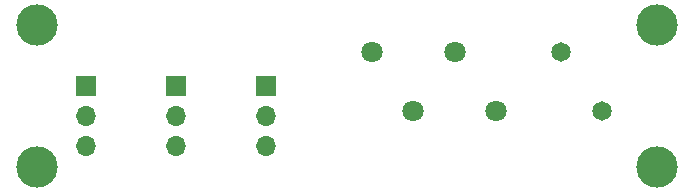
<source format=gbr>
%TF.GenerationSoftware,KiCad,Pcbnew,(6.0.8-1)-1*%
%TF.CreationDate,2024-02-23T21:37:45-06:00*%
%TF.ProjectId,RGB LED Interface,52474220-4c45-4442-9049-6e7465726661,rev?*%
%TF.SameCoordinates,Original*%
%TF.FileFunction,Soldermask,Bot*%
%TF.FilePolarity,Negative*%
%FSLAX46Y46*%
G04 Gerber Fmt 4.6, Leading zero omitted, Abs format (unit mm)*
G04 Created by KiCad (PCBNEW (6.0.8-1)-1) date 2024-02-23 21:37:45*
%MOMM*%
%LPD*%
G01*
G04 APERTURE LIST*
%ADD10C,1.800000*%
%ADD11C,3.500000*%
%ADD12R,1.700000X1.700000*%
%ADD13O,1.700000X1.700000*%
%ADD14C,1.650000*%
G04 APERTURE END LIST*
D10*
%TO.C,X1*%
X128350000Y-70805000D03*
X131850000Y-75805000D03*
X135350000Y-70805000D03*
X138850000Y-75805000D03*
%TD*%
D11*
%TO.C,H3*%
X152500000Y-80500000D03*
%TD*%
D12*
%TO.C,J1*%
X104140000Y-73660000D03*
D13*
X104140000Y-76200000D03*
X104140000Y-78740000D03*
%TD*%
D12*
%TO.C,J2*%
X111760000Y-73660000D03*
D13*
X111760000Y-76200000D03*
X111760000Y-78740000D03*
%TD*%
D12*
%TO.C,J3*%
X119380000Y-73660000D03*
D13*
X119380000Y-76200000D03*
X119380000Y-78740000D03*
%TD*%
D14*
%TO.C,J4*%
X144313000Y-70800000D03*
X147813000Y-75800000D03*
%TD*%
D11*
%TO.C,H4*%
X152500000Y-68500000D03*
%TD*%
%TO.C,H1*%
X100000000Y-68500000D03*
%TD*%
%TO.C,H2*%
X100000000Y-80500000D03*
%TD*%
M02*

</source>
